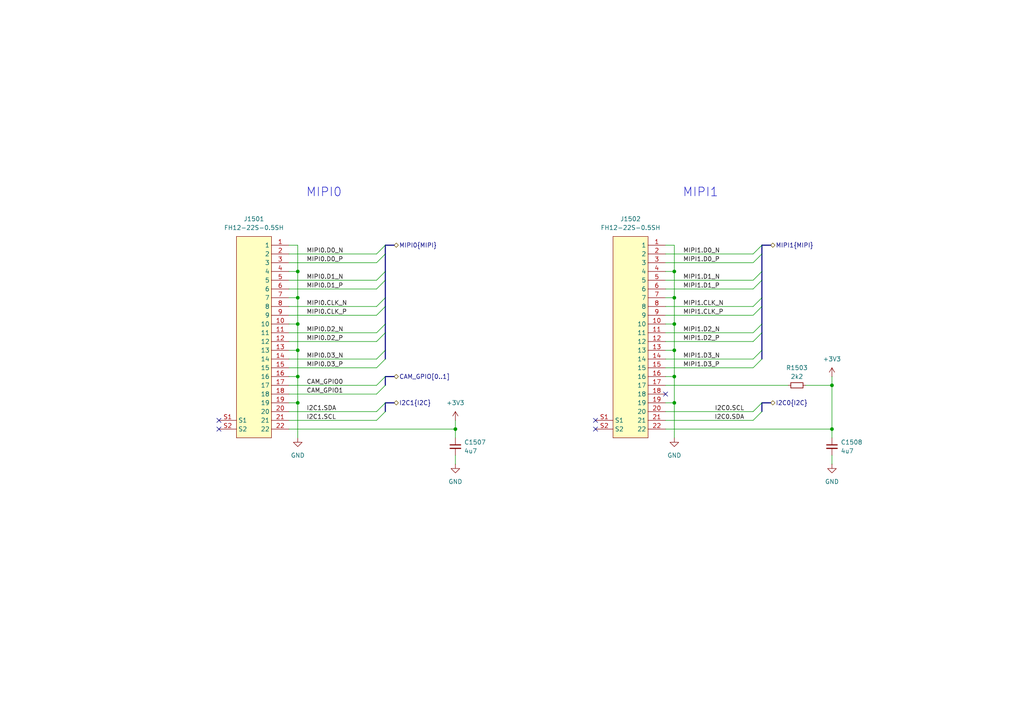
<source format=kicad_sch>
(kicad_sch (version 20250114) (generator "eeschema") (generator_version "9.0")
  (paper "A4")
  (lib_symbols
    (symbol "CONN-FPC:FH12-22S-0.5SH"
      (property "Reference" "J" (at 0 5.08 0))
      (property "Value" "FH12-22S-0.5SH" (at 0 2.54 0))
      (symbol "FH12-22S-0.5SH_0_0"
        (pin passive line (at -10.16 -2.54 0) (length 5.08) (name "1") (number "1"))
        (pin passive line (at -10.16 -5.08 0) (length 5.08) (name "2") (number "2"))
        (pin passive line (at -10.16 -7.62 0) (length 5.08) (name "3") (number "3"))
        (pin passive line (at -10.16 -10.16 0) (length 5.08) (name "4") (number "4"))
        (pin passive line (at -10.16 -12.7 0) (length 5.08) (name "5") (number "5"))
        (pin passive line (at -10.16 -15.24 0) (length 5.08) (name "6") (number "6"))
        (pin passive line (at -10.16 -17.78 0) (length 5.08) (name "7") (number "7"))
        (pin passive line (at -10.16 -20.32 0) (length 5.08) (name "8") (number "8"))
        (pin passive line (at -10.16 -22.86 0) (length 5.08) (name "9") (number "9"))
        (pin passive line (at -10.16 -25.4 0) (length 5.08) (name "10") (number "10"))
        (pin passive line (at -10.16 -27.94 0) (length 5.08) (name "11") (number "11"))
        (pin passive line (at -10.16 -30.48 0) (length 5.08) (name "12") (number "12"))
        (pin passive line (at -10.16 -33.02 0) (length 5.08) (name "13") (number "13"))
        (pin passive line (at -10.16 -35.56 0) (length 5.08) (name "14") (number "14"))
        (pin passive line (at -10.16 -38.1 0) (length 5.08) (name "15") (number "15"))
        (pin passive line (at -10.16 -40.64 0) (length 5.08) (name "16") (number "16"))
        (pin passive line (at -10.16 -43.18 0) (length 5.08) (name "17") (number "17"))
        (pin passive line (at -10.16 -45.72 0) (length 5.08) (name "18") (number "18"))
        (pin passive line (at -10.16 -48.26 0) (length 5.08) (name "19") (number "19"))
        (pin passive line (at -10.16 -50.8 0) (length 5.08) (name "20") (number "20"))
        (pin passive line (at -10.16 -53.34 0) (length 5.08) (name "21") (number "21"))
        (pin passive line (at -10.16 -55.88 0) (length 5.08) (name "22") (number "22"))
      )
      (symbol "FH12-22S-0.5SH_1_0"
        (pin passive line (at 10.16 -53.34 180) (length 5.08) (name "S1") (number "S1"))
        (pin passive line (at 10.16 -55.88 180) (length 5.08) (name "S2") (number "S2"))
      )
      (symbol "FH12-22S-0.5SH_1_1"
        (rectangle (start -5.08 0) (end 5.08 -58.42) (fill (type background)))
      )
    )
    (symbol "DEV:C_SMALL" (pin_numbers (hide yes)) (pin_names (offset 0.254) (hide yes))
      (property "Reference" "C" (at 0.254 1.778 0))
      (property "Value" "SMALL" (at 0.254 -2.032 0))
      (symbol "C_SMALL_0_1"
        (polyline (pts (xy -1.524 0.508) (xy 1.524 0.508)) (stroke (width 0.3048)))
        (polyline (pts (xy -1.524 -0.508) (xy 1.524 -0.508)) (stroke (width 0.3302)))
      )
      (symbol "C_SMALL_1_1"
        (pin passive line (at 0 2.54 270) (length 2.032) (name "~") (number "1"))
        (pin passive line (at 0 -2.54 90) (length 2.032) (name "~") (number "2"))
      )
    )
    (symbol "DEV:R_SMALL" (pin_numbers (hide yes)) (pin_names (offset 0.254) (hide yes))
      (property "Reference" "R" (at 0 0 90))
      (property "Value" "R_SMALL" (at 1.778 0 90))
      (symbol "R_SMALL_0_1"
        (rectangle (start -0.762 1.778) (end 0.762 -1.778) (stroke (width 0.2032)))
      )
      (symbol "R_SMALL_1_1"
        (pin passive line (at 0 2.54 270) (length 0.762) (name "~") (number "1"))
        (pin passive line (at 0 -2.54 90) (length 0.762) (name "~") (number "2"))
      )
    )
    (symbol "power:+3V3" (power) (pin_numbers (hide yes)) (pin_names (offset 0) (hide yes))
      (property "Value" "+3V3" (at 0 3.556 0))
      (symbol "+3V3_0_1"
        (polyline (pts (xy -0.762 1.27) (xy 0 2.54)))
        (polyline (pts (xy 0 2.54) (xy 0.762 1.27)))
        (polyline (pts (xy 0 0) (xy 0 2.54)))
      )
      (symbol "+3V3_1_1"
        (pin power_in line (at 0 0 90) (length 0) (name "~") (number "1"))
      )
    )
    (symbol "power:GND" (power) (pin_numbers (hide yes)) (pin_names (offset 0) (hide yes))
      (property "Value" "GND" (at 0 -3.81 0))
      (symbol "GND_0_1"
        (polyline (pts (xy 0 0) (xy 0 -1.27) (xy 1.27 -1.27) (xy 0 -2.54) (xy -1.27 -1.27) (xy 0 -1.27)))
      )
      (symbol "GND_1_1"
        (pin power_in line (at 0 0 270) (length 0) (name "~") (number "1"))
      )
    )
  )
  (text "MIPI1" (at 203.2 55.88 0) (effects (font (size 2.54 2.54))))
  (text "MIPI0" (at 93.98 55.88 0) (effects (font (size 2.54 2.54))))
  (junction (at 86.36 86.36))
  (junction (at 195.58 116.84))
  (junction (at 241.3 124.46))
  (junction (at 86.36 109.22))
  (junction (at 86.36 116.84))
  (junction (at 132.08 124.46))
  (junction (at 86.36 93.98))
  (junction (at 195.58 93.98))
  (junction (at 195.58 78.74))
  (junction (at 195.58 86.36))
  (junction (at 241.3 111.76))
  (junction (at 86.36 78.74))
  (junction (at 195.58 109.22))
  (junction (at 86.36 101.6))
  (junction (at 195.58 101.6))
  (no_connect (at 193.04 114.3))
  (no_connect (at 172.72 121.92))
  (no_connect (at 63.5 121.92))
  (no_connect (at 172.72 124.46))
  (no_connect (at 63.5 124.46))
  (bus_entry (at 111.76 119.38) (size -2.54 2.54))
  (bus_entry (at 111.76 71.12) (size -2.54 2.54))
  (bus_entry (at 111.76 111.76) (size -2.54 2.54))
  (bus_entry (at 220.98 119.38) (size -2.54 2.54))
  (bus_entry (at 111.76 81.28) (size -2.54 2.54))
  (bus_entry (at 220.98 101.6) (size -2.54 2.54))
  (bus_entry (at 220.98 93.98) (size -2.54 2.54))
  (bus_entry (at 220.98 81.28) (size -2.54 2.54))
  (bus_entry (at 220.98 96.52) (size -2.54 2.54))
  (bus_entry (at 111.76 73.66) (size -2.54 2.54))
  (bus_entry (at 111.76 109.22) (size -2.54 2.54))
  (bus_entry (at 111.76 116.84) (size -2.54 2.54))
  (bus_entry (at 111.76 88.9) (size -2.54 2.54))
  (bus_entry (at 111.76 93.98) (size -2.54 2.54))
  (bus_entry (at 220.98 88.9) (size -2.54 2.54))
  (bus_entry (at 220.98 116.84) (size -2.54 2.54))
  (bus_entry (at 111.76 104.14) (size -2.54 2.54))
  (bus_entry (at 111.76 86.36) (size -2.54 2.54))
  (bus_entry (at 111.76 96.52) (size -2.54 2.54))
  (bus_entry (at 111.76 101.6) (size -2.54 2.54))
  (bus_entry (at 220.98 104.14) (size -2.54 2.54))
  (bus_entry (at 220.98 86.36) (size -2.54 2.54))
  (bus_entry (at 220.98 71.12) (size -2.54 2.54))
  (bus_entry (at 220.98 78.74) (size -2.54 2.54))
  (bus_entry (at 111.76 78.74) (size -2.54 2.54))
  (bus_entry (at 220.98 73.66) (size -2.54 2.54))
  (wire (pts (xy 193.04 76.2) (xy 218.44 76.2)))
  (wire (pts (xy 193.04 121.92) (xy 218.44 121.92)))
  (wire (pts (xy 83.82 104.14) (xy 109.22 104.14)))
  (wire (pts (xy 193.04 124.46) (xy 241.3 124.46)))
  (bus (pts (xy 111.76 71.12) (xy 111.76 73.66)))
  (wire (pts (xy 83.82 78.74) (xy 86.36 78.74)))
  (bus (pts (xy 111.76 86.36) (xy 111.76 88.9)))
  (wire (pts (xy 132.08 121.92) (xy 132.08 124.46)))
  (bus (pts (xy 220.98 71.12) (xy 220.98 73.66)))
  (bus (pts (xy 111.76 109.22) (xy 111.76 111.76)))
  (wire (pts (xy 193.04 81.28) (xy 218.44 81.28)))
  (bus (pts (xy 220.98 73.66) (xy 220.98 78.74)))
  (wire (pts (xy 233.68 111.76) (xy 241.3 111.76)))
  (wire (pts (xy 193.04 116.84) (xy 195.58 116.84)))
  (wire (pts (xy 241.3 124.46) (xy 241.3 127)))
  (wire (pts (xy 83.82 88.9) (xy 109.22 88.9)))
  (wire (pts (xy 83.82 83.82) (xy 109.22 83.82)))
  (wire (pts (xy 83.82 96.52) (xy 109.22 96.52)))
  (wire (pts (xy 193.04 78.74) (xy 195.58 78.74)))
  (bus (pts (xy 220.98 78.74) (xy 220.98 81.28)))
  (wire (pts (xy 83.82 99.06) (xy 109.22 99.06)))
  (wire (pts (xy 193.04 88.9) (xy 218.44 88.9)))
  (bus (pts (xy 223.52 71.12) (xy 220.98 71.12)))
  (wire (pts (xy 193.04 99.06) (xy 218.44 99.06)))
  (wire (pts (xy 193.04 119.38) (xy 218.44 119.38)))
  (wire (pts (xy 193.04 71.12) (xy 195.58 71.12)))
  (wire (pts (xy 195.58 109.22) (xy 195.58 116.84)))
  (wire (pts (xy 83.82 81.28) (xy 109.22 81.28)))
  (wire (pts (xy 193.04 83.82) (xy 218.44 83.82)))
  (wire (pts (xy 83.82 124.46) (xy 132.08 124.46)))
  (wire (pts (xy 195.58 116.84) (xy 195.58 127)))
  (wire (pts (xy 83.82 116.84) (xy 86.36 116.84)))
  (wire (pts (xy 83.82 76.2) (xy 109.22 76.2)))
  (wire (pts (xy 132.08 132.08) (xy 132.08 134.62)))
  (wire (pts (xy 83.82 93.98) (xy 86.36 93.98)))
  (wire (pts (xy 83.82 121.92) (xy 109.22 121.92)))
  (wire (pts (xy 195.58 86.36) (xy 195.58 93.98)))
  (wire (pts (xy 86.36 71.12) (xy 86.36 78.74)))
  (bus (pts (xy 220.98 88.9) (xy 220.98 93.98)))
  (wire (pts (xy 86.36 109.22) (xy 86.36 116.84)))
  (bus (pts (xy 111.76 73.66) (xy 111.76 78.74)))
  (wire (pts (xy 83.82 73.66) (xy 109.22 73.66)))
  (wire (pts (xy 83.82 71.12) (xy 86.36 71.12)))
  (wire (pts (xy 241.3 109.22) (xy 241.3 111.76)))
  (wire (pts (xy 193.04 96.52) (xy 218.44 96.52)))
  (wire (pts (xy 86.36 86.36) (xy 86.36 93.98)))
  (bus (pts (xy 223.52 116.84) (xy 220.98 116.84)))
  (bus (pts (xy 220.98 81.28) (xy 220.98 86.36)))
  (wire (pts (xy 193.04 104.14) (xy 218.44 104.14)))
  (wire (pts (xy 83.82 109.22) (xy 86.36 109.22)))
  (wire (pts (xy 83.82 86.36) (xy 86.36 86.36)))
  (bus (pts (xy 111.76 88.9) (xy 111.76 93.98)))
  (wire (pts (xy 193.04 111.76) (xy 228.6 111.76)))
  (wire (pts (xy 83.82 114.3) (xy 109.22 114.3)))
  (wire (pts (xy 193.04 93.98) (xy 195.58 93.98)))
  (wire (pts (xy 193.04 109.22) (xy 195.58 109.22)))
  (wire (pts (xy 195.58 71.12) (xy 195.58 78.74)))
  (wire (pts (xy 83.82 106.68) (xy 109.22 106.68)))
  (wire (pts (xy 86.36 116.84) (xy 86.36 127)))
  (wire (pts (xy 193.04 101.6) (xy 195.58 101.6)))
  (bus (pts (xy 220.98 101.6) (xy 220.98 104.14)))
  (bus (pts (xy 111.76 101.6) (xy 111.76 104.14)))
  (wire (pts (xy 193.04 106.68) (xy 218.44 106.68)))
  (bus (pts (xy 111.76 81.28) (xy 111.76 86.36)))
  (wire (pts (xy 193.04 86.36) (xy 195.58 86.36)))
  (wire (pts (xy 193.04 73.66) (xy 218.44 73.66)))
  (bus (pts (xy 220.98 93.98) (xy 220.98 96.52)))
  (wire (pts (xy 241.3 111.76) (xy 241.3 124.46)))
  (bus (pts (xy 111.76 116.84) (xy 111.76 119.38)))
  (wire (pts (xy 86.36 78.74) (xy 86.36 86.36)))
  (bus (pts (xy 111.76 78.74) (xy 111.76 81.28)))
  (bus (pts (xy 114.3 116.84) (xy 111.76 116.84)))
  (bus (pts (xy 220.98 96.52) (xy 220.98 101.6)))
  (wire (pts (xy 195.58 78.74) (xy 195.58 86.36)))
  (wire (pts (xy 193.04 91.44) (xy 218.44 91.44)))
  (wire (pts (xy 86.36 93.98) (xy 86.36 101.6)))
  (wire (pts (xy 86.36 101.6) (xy 86.36 109.22)))
  (bus (pts (xy 114.3 109.22) (xy 111.76 109.22)))
  (wire (pts (xy 195.58 101.6) (xy 195.58 109.22)))
  (wire (pts (xy 83.82 101.6) (xy 86.36 101.6)))
  (wire (pts (xy 83.82 111.76) (xy 109.22 111.76)))
  (wire (pts (xy 132.08 124.46) (xy 132.08 127)))
  (wire (pts (xy 83.82 91.44) (xy 109.22 91.44)))
  (wire (pts (xy 195.58 93.98) (xy 195.58 101.6)))
  (bus (pts (xy 220.98 116.84) (xy 220.98 119.38)))
  (bus (pts (xy 114.3 71.12) (xy 111.76 71.12)))
  (wire (pts (xy 83.82 119.38) (xy 109.22 119.38)))
  (wire (pts (xy 241.3 132.08) (xy 241.3 134.62)))
  (bus (pts (xy 220.98 86.36) (xy 220.98 88.9)))
  (bus (pts (xy 111.76 96.52) (xy 111.76 101.6)))
  (bus (pts (xy 111.76 93.98) (xy 111.76 96.52)))
  (label "MIPI0.D0_N" (at 88.9 73.66 0))
  (label "CAM_GPIO1" (at 88.9 114.3 0))
  (label "MIPI0.D1_N" (at 88.9 81.28 0))
  (label "MIPI0.D2_P" (at 88.9 99.06 0))
  (label "MIPI0.CLK_P" (at 88.9 91.44 0))
  (label "MIPI1.CLK_P" (at 198.12 91.44 0))
  (label "MIPI1.CLK_N" (at 198.12 88.9 0))
  (label "CAM_GPIO0" (at 88.9 111.76 0))
  (label "MIPI1.D3_P" (at 198.12 106.68 0))
  (label "I2C1.SCL" (at 88.9 121.92 0))
  (label "I2C0.SDA" (at 215.9 121.92 180))
  (label "MIPI0.D3_P" (at 88.9 106.68 0))
  (label "MIPI0.D3_N" (at 88.9 104.14 0))
  (label "MIPI1.D0_P" (at 198.12 76.2 0))
  (label "MIPI1.D2_P" (at 198.12 99.06 0))
  (label "MIPI1.D0_N" (at 198.12 73.66 0))
  (label "MIPI1.D2_N" (at 198.12 96.52 0))
  (label "MIPI0.D0_P" (at 88.9 76.2 0))
  (label "I2C0.SCL" (at 215.9 119.38 180))
  (label "I2C1.SDA" (at 88.9 119.38 0))
  (label "MIPI0.D2_N" (at 88.9 96.52 0))
  (label "MIPI1.D1_P" (at 198.12 83.82 0))
  (label "MIPI1.D1_N" (at 198.12 81.28 0))
  (label "MIPI1.D3_N" (at 198.12 104.14 0))
  (label "MIPI0.CLK_N" (at 88.9 88.9 0))
  (label "MIPI0.D1_P" (at 88.9 83.82 0))
  (hierarchical_label "I2C1{I2C}" (shape bidirectional) (at 114.3 116.84 0))
  (hierarchical_label "CAM_GPIO[0..1]" (shape bidirectional) (at 114.3 109.22 0))
  (hierarchical_label "MIPI1{MIPI}" (shape bidirectional) (at 223.52 71.12 0))
  (hierarchical_label "I2C0{I2C}" (shape bidirectional) (at 223.52 116.84 0))
  (hierarchical_label "MIPI0{MIPI}" (shape bidirectional) (at 114.3 71.12 0))
  (symbol (lib_id "power:+3V3") (at 132.08 121.92 0) (unit 1)
    (property "Reference" "#PWR01510" (effects (hide yes)))
    (property "Value" "+3V3" (at 132.08 116.84 0))
    (property "Description" "Power symbol creates a global label with name \"+3V3\"" (effects (hide yes)))
  )
  (symbol (lib_id "DEV:R_SMALL") (at 231.14 111.76 90) (unit 1)
    (property "Reference" "R1503" (at 231.14 106.68 90))
    (property "Value" "2k2" (at 231.14 109.22 90))
    (property "Description" "Resistor, small symbol" (effects (hide yes)))
  )
  (symbol (lib_id "DEV:C_SMALL") (at 132.08 129.54 0) (unit 1)
    (property "Reference" "C1507" (at 134.62 128.2762 0) (effects (justify left)))
    (property "Value" "4u7" (at 134.62 130.8162 0) (effects (justify left)))
    (property "Footprint" "project_footprints:C_0402" (effects (hide yes)))
    (property "Description" "Unpolarized capacitor, small symbol" (effects (hide yes)))
  )
  (symbol (lib_id "power:GND") (at 132.08 134.62 0) (unit 1)
    (property "Reference" "#PWR01512" (effects (hide yes)))
    (property "Value" "GND" (at 132.08 139.7 0))
    (property "Description" "Power symbol creates a global label with name \"GND\" , ground" (effects (hide yes)))
  )
  (symbol (lib_id "CONN-FPC:FH12-22S-0.5SH") (at 182.88 68.58 0) (mirror y) (unit 1)
    (property "Reference" "J1502" (at 182.88 63.5 0))
    (property "Value" "FH12-22S-0.5SH" (at 182.88 66.04 0))
    (property "Footprint" "project_footprints:FH12-22S-0.5SH" (effects (hide yes)))
    (property "Datasheet" "https://www.mouser.co.uk/datasheet/3/731/1/FH12_22S_0.5SH_55_CL0586_0532_7_55_2DDrawing_0000987484.pdf" (effects (hide yes)))
  )
  (symbol (lib_id "DEV:C_SMALL") (at 241.3 129.54 0) (unit 1)
    (property "Reference" "C1508" (at 243.84 128.2762 0) (effects (justify left)))
    (property "Value" "4u7" (at 243.84 130.8162 0) (effects (justify left)))
    (property "Footprint" "project_footprints:C_0402" (effects (hide yes)))
    (property "Description" "Unpolarized capacitor, small symbol" (effects (hide yes)))
  )
  (symbol (lib_id "power:+3V3") (at 241.3 109.22 0) (unit 1)
    (property "Reference" "#PWR01511" (effects (hide yes)))
    (property "Value" "+3V3" (at 241.3 104.14 0))
    (property "Description" "Power symbol creates a global label with name \"+3V3\"" (effects (hide yes)))
  )
  (symbol (lib_id "power:GND") (at 86.36 127 0) (unit 1)
    (property "Reference" "#PWR01508" (effects (hide yes)))
    (property "Value" "GND" (at 86.36 132.08 0))
    (property "Description" "Power symbol creates a global label with name \"GND\" , ground" (effects (hide yes)))
  )
  (symbol (lib_id "power:GND") (at 195.58 127 0) (unit 1)
    (property "Reference" "#PWR01509" (effects (hide yes)))
    (property "Value" "GND" (at 195.58 132.08 0))
    (property "Description" "Power symbol creates a global label with name \"GND\" , ground" (effects (hide yes)))
  )
  (symbol (lib_id "CONN-FPC:FH12-22S-0.5SH") (at 73.66 68.58 0) (mirror y) (unit 1)
    (property "Reference" "J1501" (at 73.66 63.5 0))
    (property "Value" "FH12-22S-0.5SH" (at 73.66 66.04 0))
    (property "Footprint" "project_footprints:FH12-22S-0.5SH" (effects (hide yes)))
    (property "Datasheet" "https://www.mouser.co.uk/datasheet/3/731/1/FH12_22S_0.5SH_55_CL0586_0532_7_55_2DDrawing_0000987484.pdf" (effects (hide yes)))
  )
  (symbol (lib_id "power:GND") (at 241.3 134.62 0) (unit 1)
    (property "Reference" "#PWR01513" (effects (hide yes)))
    (property "Value" "GND" (at 241.3 139.7 0))
    (property "Description" "Power symbol creates a global label with name \"GND\" , ground" (effects (hide yes)))
  )
)
</source>
